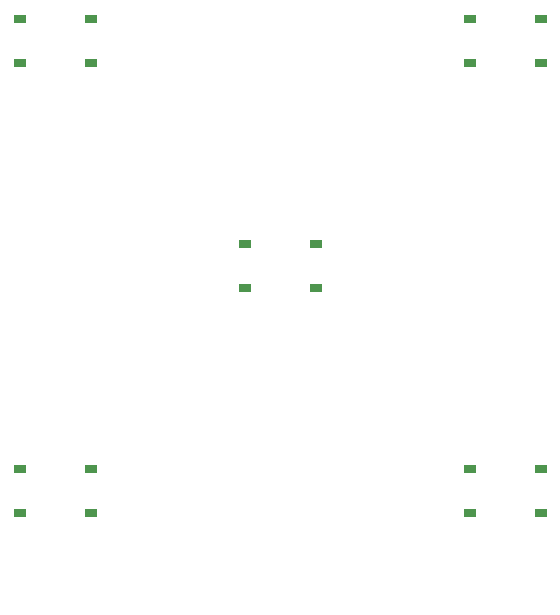
<source format=gts>
G04*
G04 #@! TF.GenerationSoftware,Altium Limited,Altium Designer,23.8.1 (32)*
G04*
G04 Layer_Color=8388736*
%FSLAX25Y25*%
%MOIN*%
G70*
G04*
G04 #@! TF.SameCoordinates,69CDD0E5-7439-40E5-B8CE-76B83E1F4441*
G04*
G04*
G04 #@! TF.FilePolarity,Negative*
G04*
G01*
G75*
%ADD13R,0.04331X0.03150*%
%ADD14C,0.00394*%
D13*
X86811Y-82284D02*
D03*
X63189D02*
D03*
X86811Y-67716D02*
D03*
X63189D02*
D03*
X-63189Y-82284D02*
D03*
X-86811D02*
D03*
X-63189Y-67716D02*
D03*
X-86811D02*
D03*
X86811Y67716D02*
D03*
X63189D02*
D03*
X86811Y82284D02*
D03*
X63189D02*
D03*
X-63189Y67716D02*
D03*
X-86811D02*
D03*
X-63189Y82284D02*
D03*
X-86811D02*
D03*
X11811Y-7382D02*
D03*
X-11811D02*
D03*
X11811Y7185D02*
D03*
X-11811D02*
D03*
D14*
X0Y-111319D02*
D03*
Y-83760D02*
D03*
M02*

</source>
